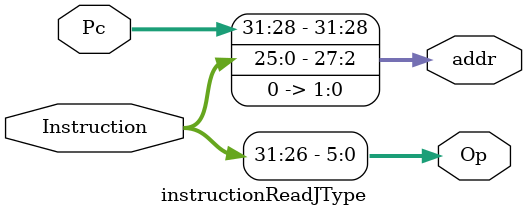
<source format=v>

module instructionReadJType (
	input[31:0] Instruction,
	input[31:0] Pc,

	output[5:0] Op,
	output[31:0] addr
);
	assign Op = Instruction[31:26];
	assign addr[31:0] = {Pc[31:28], Instruction[25:0],2'b00};
	//assign addr[31:0] = {Pc[31:26], Instruction[25:0]};
	//shift_out[31:0]={unshifted[29:0],2'b00};

endmodule
</source>
